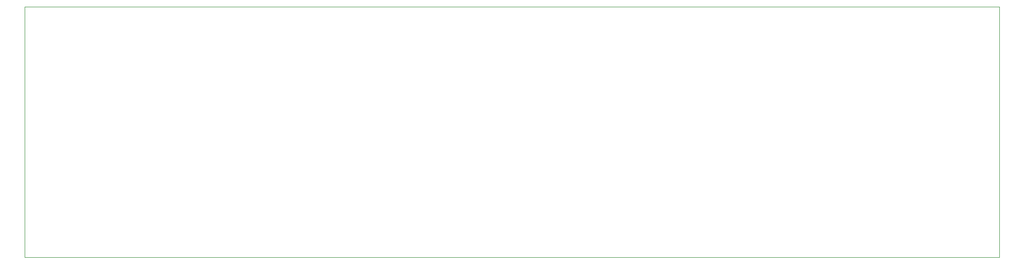
<source format=gbr>
G04 #@! TF.GenerationSoftware,KiCad,Pcbnew,(6.0.5)*
G04 #@! TF.CreationDate,2022-07-31T15:37:13-05:00*
G04 #@! TF.ProjectId,KosmoPulseMain,4b6f736d-6f50-4756-9c73-654d61696e2e,rev?*
G04 #@! TF.SameCoordinates,Original*
G04 #@! TF.FileFunction,Profile,NP*
%FSLAX46Y46*%
G04 Gerber Fmt 4.6, Leading zero omitted, Abs format (unit mm)*
G04 Created by KiCad (PCBNEW (6.0.5)) date 2022-07-31 15:37:13*
%MOMM*%
%LPD*%
G01*
G04 APERTURE LIST*
G04 #@! TA.AperFunction,Profile*
%ADD10C,0.100000*%
G04 #@! TD*
G04 APERTURE END LIST*
D10*
X65000000Y-103000000D02*
X235500000Y-103000000D01*
X235500000Y-103000000D02*
X235500000Y-147000000D01*
X235500000Y-147000000D02*
X65000000Y-147000000D01*
X65000000Y-147000000D02*
X65000000Y-103000000D01*
M02*

</source>
